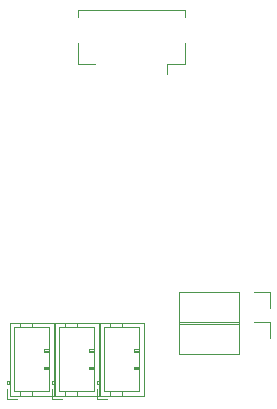
<source format=gbr>
%TF.GenerationSoftware,KiCad,Pcbnew,(5.1.9)-1*%
%TF.CreationDate,2022-05-31T00:32:49+01:00*%
%TF.ProjectId,board,626f6172-642e-46b6-9963-61645f706362,rev?*%
%TF.SameCoordinates,Original*%
%TF.FileFunction,Legend,Top*%
%TF.FilePolarity,Positive*%
%FSLAX46Y46*%
G04 Gerber Fmt 4.6, Leading zero omitted, Abs format (unit mm)*
G04 Created by KiCad (PCBNEW (5.1.9)-1) date 2022-05-31 00:32:49*
%MOMM*%
%LPD*%
G01*
G04 APERTURE LIST*
%ADD10C,0.120000*%
G04 APERTURE END LIST*
D10*
%TO.C,J4*%
X110096000Y-133436000D02*
X113816000Y-133436000D01*
X113816000Y-133436000D02*
X113816000Y-127216000D01*
X113816000Y-127216000D02*
X110096000Y-127216000D01*
X110096000Y-127216000D02*
X110096000Y-133436000D01*
X110096000Y-132126000D02*
X109896000Y-132126000D01*
X109896000Y-132126000D02*
X109896000Y-132426000D01*
X109896000Y-132426000D02*
X110096000Y-132426000D01*
X109996000Y-132126000D02*
X109996000Y-132426000D01*
X110496000Y-133036000D02*
X113416000Y-133036000D01*
X113416000Y-133036000D02*
X113416000Y-127616000D01*
X113416000Y-127616000D02*
X110496000Y-127616000D01*
X110496000Y-127616000D02*
X110496000Y-133036000D01*
X111006000Y-133436000D02*
X111006000Y-133036000D01*
X112006000Y-133436000D02*
X112006000Y-133036000D01*
X111006000Y-127216000D02*
X111006000Y-127616000D01*
X112006000Y-127216000D02*
X112006000Y-127616000D01*
X113416000Y-131176000D02*
X113016000Y-131176000D01*
X113016000Y-131176000D02*
X113016000Y-130976000D01*
X113016000Y-130976000D02*
X113416000Y-130976000D01*
X113416000Y-131076000D02*
X113016000Y-131076000D01*
X113416000Y-129676000D02*
X113016000Y-129676000D01*
X113016000Y-129676000D02*
X113016000Y-129476000D01*
X113016000Y-129476000D02*
X113416000Y-129476000D01*
X113416000Y-129576000D02*
X113016000Y-129576000D01*
X109896000Y-132836000D02*
X109896000Y-133636000D01*
X109896000Y-133636000D02*
X110696000Y-133636000D01*
%TO.C,J3*%
X106286000Y-133436000D02*
X110006000Y-133436000D01*
X110006000Y-133436000D02*
X110006000Y-127216000D01*
X110006000Y-127216000D02*
X106286000Y-127216000D01*
X106286000Y-127216000D02*
X106286000Y-133436000D01*
X106286000Y-132126000D02*
X106086000Y-132126000D01*
X106086000Y-132126000D02*
X106086000Y-132426000D01*
X106086000Y-132426000D02*
X106286000Y-132426000D01*
X106186000Y-132126000D02*
X106186000Y-132426000D01*
X106686000Y-133036000D02*
X109606000Y-133036000D01*
X109606000Y-133036000D02*
X109606000Y-127616000D01*
X109606000Y-127616000D02*
X106686000Y-127616000D01*
X106686000Y-127616000D02*
X106686000Y-133036000D01*
X107196000Y-133436000D02*
X107196000Y-133036000D01*
X108196000Y-133436000D02*
X108196000Y-133036000D01*
X107196000Y-127216000D02*
X107196000Y-127616000D01*
X108196000Y-127216000D02*
X108196000Y-127616000D01*
X109606000Y-131176000D02*
X109206000Y-131176000D01*
X109206000Y-131176000D02*
X109206000Y-130976000D01*
X109206000Y-130976000D02*
X109606000Y-130976000D01*
X109606000Y-131076000D02*
X109206000Y-131076000D01*
X109606000Y-129676000D02*
X109206000Y-129676000D01*
X109206000Y-129676000D02*
X109206000Y-129476000D01*
X109206000Y-129476000D02*
X109606000Y-129476000D01*
X109606000Y-129576000D02*
X109206000Y-129576000D01*
X106086000Y-132836000D02*
X106086000Y-133636000D01*
X106086000Y-133636000D02*
X106886000Y-133636000D01*
%TO.C,J2*%
X102476000Y-133436000D02*
X106196000Y-133436000D01*
X106196000Y-133436000D02*
X106196000Y-127216000D01*
X106196000Y-127216000D02*
X102476000Y-127216000D01*
X102476000Y-127216000D02*
X102476000Y-133436000D01*
X102476000Y-132126000D02*
X102276000Y-132126000D01*
X102276000Y-132126000D02*
X102276000Y-132426000D01*
X102276000Y-132426000D02*
X102476000Y-132426000D01*
X102376000Y-132126000D02*
X102376000Y-132426000D01*
X102876000Y-133036000D02*
X105796000Y-133036000D01*
X105796000Y-133036000D02*
X105796000Y-127616000D01*
X105796000Y-127616000D02*
X102876000Y-127616000D01*
X102876000Y-127616000D02*
X102876000Y-133036000D01*
X103386000Y-133436000D02*
X103386000Y-133036000D01*
X104386000Y-133436000D02*
X104386000Y-133036000D01*
X103386000Y-127216000D02*
X103386000Y-127616000D01*
X104386000Y-127216000D02*
X104386000Y-127616000D01*
X105796000Y-131176000D02*
X105396000Y-131176000D01*
X105396000Y-131176000D02*
X105396000Y-130976000D01*
X105396000Y-130976000D02*
X105796000Y-130976000D01*
X105796000Y-131076000D02*
X105396000Y-131076000D01*
X105796000Y-129676000D02*
X105396000Y-129676000D01*
X105396000Y-129676000D02*
X105396000Y-129476000D01*
X105396000Y-129476000D02*
X105796000Y-129476000D01*
X105796000Y-129576000D02*
X105396000Y-129576000D01*
X102276000Y-132836000D02*
X102276000Y-133636000D01*
X102276000Y-133636000D02*
X103076000Y-133636000D01*
%TO.C,J11*%
X124520000Y-127194000D02*
X124520000Y-128524000D01*
X123190000Y-127194000D02*
X124520000Y-127194000D01*
X121920000Y-127194000D02*
X121920000Y-129854000D01*
X121920000Y-129854000D02*
X116780000Y-129854000D01*
X121920000Y-127194000D02*
X116780000Y-127194000D01*
X116780000Y-127194000D02*
X116780000Y-129854000D01*
%TO.C,J1*%
X108266000Y-100776000D02*
X108266000Y-101326000D01*
X117286000Y-100776000D02*
X108266000Y-100776000D01*
X117286000Y-101326000D02*
X117286000Y-100776000D01*
X108266000Y-105296000D02*
X109716000Y-105296000D01*
X108266000Y-103546000D02*
X108266000Y-105296000D01*
X115836000Y-105296000D02*
X115836000Y-106186000D01*
X117286000Y-105296000D02*
X115836000Y-105296000D01*
X117286000Y-103546000D02*
X117286000Y-105296000D01*
%TO.C,J5*%
X124520000Y-124654000D02*
X124520000Y-125984000D01*
X123190000Y-124654000D02*
X124520000Y-124654000D01*
X121920000Y-124654000D02*
X121920000Y-127314000D01*
X121920000Y-127314000D02*
X116780000Y-127314000D01*
X121920000Y-124654000D02*
X116780000Y-124654000D01*
X116780000Y-124654000D02*
X116780000Y-127314000D01*
%TD*%
M02*

</source>
